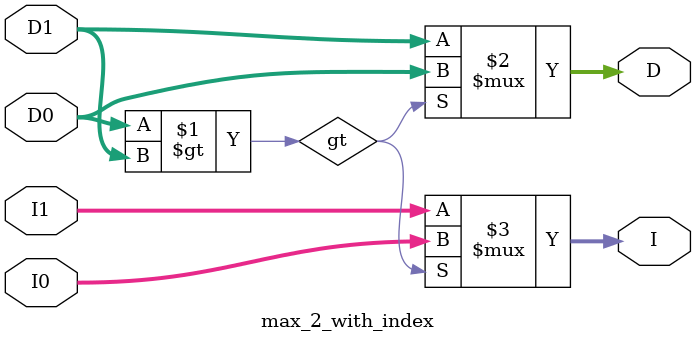
<source format=v>
`timescale 1ns / 1ps


module max_2_with_index #(
    parameter integer C_DATA_WIDTH = 3,
    parameter integer C_INDEX_WIDTH = 2
    )(
        input wire[C_DATA_WIDTH-1:0] D0,
        input wire[C_DATA_WIDTH-1:0] D1,
        input wire[C_INDEX_WIDTH-1:0] I0,
        input wire[C_INDEX_WIDTH-1:0] I1,

        output wire[C_DATA_WIDTH-1:0] D,
        output wire[C_INDEX_WIDTH-1:0] I
    );

    wire gt = $unsigned(D0) > $unsigned(D1);
    assign D = gt ? D0 : D1;
    assign I = gt ? I0 : I1;
endmodule

</source>
